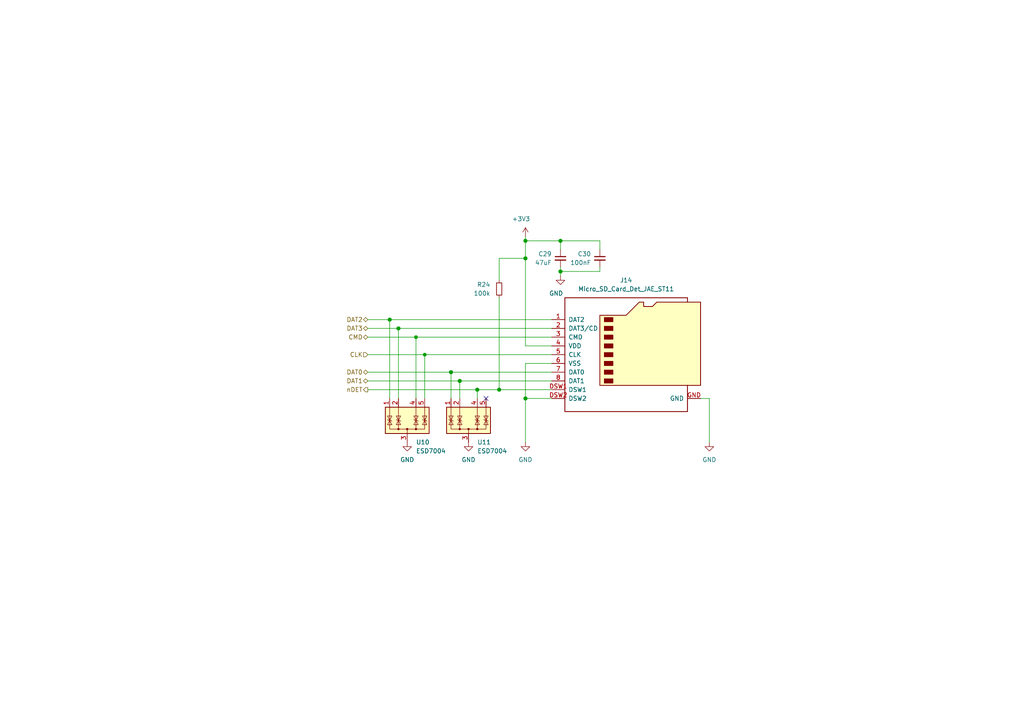
<source format=kicad_sch>
(kicad_sch (version 20221004) (generator eeschema)
  (paper "A4")
  (lib_symbols
    (symbol "Device:C_Small" (pin_numbers hide) (pin_names (offset 0.254) hide)
      (property "Reference" "C" (at 0.254 1.778 0))
      (property "Value" "C_Small" (at 0.254 -2.032 0))
      (symbol "C_Small_0_1"
        (polyline (pts (xy -1.524 -0.508) (xy 1.524 -0.508)) (stroke (width 0.3302)))
        (polyline (pts (xy -1.524 0.508) (xy 1.524 0.508)) (stroke (width 0.3048)))
      )
      (symbol "C_Small_1_1"
        (pin passive line (at 0 2.54 270) (length 2.032) (name "~") (number "1"))
        (pin passive line (at 0 -2.54 90) (length 2.032) (name "~") (number "2"))
      )
    )
    (symbol "Device:R_Small" (pin_numbers hide) (pin_names (offset 0.254) hide)
      (property "Reference" "R" (at 0.762 0.508 0))
      (property "Value" "R_Small" (at 0.762 -1.016 0))
      (symbol "R_Small_0_1"
        (rectangle (start -0.762 1.778) (end 0.762 -1.778) (stroke (width 0.2032)))
      )
      (symbol "R_Small_1_1"
        (pin passive line (at 0 2.54 270) (length 0.762) (name "~") (number "1"))
        (pin passive line (at 0 -2.54 90) (length 0.762) (name "~") (number "2"))
      )
    )
    (symbol "ESD7004_1" (pin_names hide)
      (property "Reference" "U" (at 7.62 3.81 0))
      (property "Value" "ESD7004" (at 7.62 1.905 0))
      (symbol "ESD7004_1_0_0"
        (pin passive line (at 0 -5.08 90) (length 2.54) (name "G") (number "3"))
      )
      (symbol "ESD7004_1_0_1"
        (rectangle (start -6.35 5.08) (end 6.35 -2.54) (stroke (width 0.254)) (fill (type background)))
        (circle (center 0 -1.27) (radius 0.254) (fill (type outline)))
        (polyline (pts (xy -2.54 5.08) (xy -2.54 -1.27)))
        (polyline (pts (xy 0 -1.27) (xy 0 -2.54)))
        (polyline (pts (xy 2.54 5.08) (xy 2.54 -1.27)))
        (polyline (pts (xy -5.08 5.08) (xy -5.08 -1.27) (xy 5.08 -1.27) (xy 5.08 5.08)))
        (polyline (pts (xy -4.445 0) (xy -5.715 0) (xy -5.08 1.27) (xy -4.445 0)))
        (polyline (pts (xy -3.175 1.524) (xy -2.921 1.27) (xy -2.159 1.27) (xy -1.905 1.016)))
        (polyline (pts (xy -2.54 1.27) (xy -1.905 0) (xy -3.175 0) (xy -2.54 1.27)))
        (polyline (pts (xy 2.54 1.27) (xy 1.905 0) (xy 3.175 0) (xy 2.54 1.27)))
        (polyline (pts (xy 5.08 1.27) (xy 4.445 0) (xy 5.715 0) (xy 5.08 1.27)))
        (circle (center 2.54 -1.27) (radius 0.254) (fill (type outline)))
      )
      (symbol "ESD7004_1_1_1"
        (circle (center -2.54 -1.27) (radius 0.254) (fill (type outline)))
        (polyline (pts (xy -5.715 1.524) (xy -5.461 1.27) (xy -4.699 1.27) (xy -4.445 1.016)))
        (polyline (pts (xy -5.08 1.27) (xy -5.715 2.54) (xy -4.445 2.54) (xy -5.08 1.27)))
        (polyline (pts (xy -2.54 1.27) (xy -3.175 2.54) (xy -1.905 2.54) (xy -2.54 1.27)))
        (polyline (pts (xy 1.905 1.524) (xy 2.159 1.27) (xy 2.921 1.27) (xy 3.175 1.016)))
        (polyline (pts (xy 2.54 1.27) (xy 1.905 2.54) (xy 3.175 2.54) (xy 2.54 1.27)))
        (polyline (pts (xy 4.445 1.524) (xy 4.699 1.27) (xy 5.461 1.27) (xy 5.715 1.016)))
        (polyline (pts (xy 5.08 1.27) (xy 4.445 2.54) (xy 5.715 2.54) (xy 5.08 1.27)))
        (pin passive line (at -5.08 7.62 270) (length 2.54) (name "IO1") (number "1"))
        (pin passive line (at -5.08 7.62 270) (length 2.54) hide (name "") (number "10"))
        (pin passive line (at -2.54 7.62 270) (length 2.54) (name "IO2") (number "2"))
        (pin passive line (at 2.54 7.62 270) (length 2.54) (name "IO3") (number "4"))
        (pin passive line (at 5.08 7.62 270) (length 2.54) (name "IO4") (number "5"))
        (pin passive line (at 5.08 7.62 270) (length 2.54) hide (name "") (number "6"))
        (pin passive line (at 2.54 7.62 270) (length 2.54) hide (name "") (number "7"))
        (pin passive line (at 0 -5.08 90) (length 2.54) hide (name "") (number "8"))
        (pin passive line (at -2.54 7.62 270) (length 2.54) hide (name "") (number "9"))
      )
    )
    (symbol "j_Connector:Micro_SD_Card_Det_JAE_ST11" (pin_names (offset 1.016))
      (property "Reference" "J" (at -16.51 17.78 0))
      (property "Value" "Micro_SD_Card_Det_JAE_ST11" (at 16.51 17.78 0))
      (symbol "Micro_SD_Card_Det_JAE_ST11_0_1"
        (rectangle (start -7.62 -6.985) (end -5.08 -8.255) (fill (type outline)))
        (rectangle (start -7.62 -4.445) (end -5.08 -5.715) (fill (type outline)))
        (rectangle (start -7.62 -1.905) (end -5.08 -3.175) (fill (type outline)))
        (rectangle (start -7.62 0.635) (end -5.08 -0.635) (fill (type outline)))
        (rectangle (start -7.62 3.175) (end -5.08 1.905) (fill (type outline)))
        (rectangle (start -7.62 5.715) (end -5.08 4.445) (fill (type outline)))
        (rectangle (start -7.62 8.255) (end -5.08 6.985) (fill (type outline)))
        (rectangle (start -7.62 10.795) (end -5.08 9.525) (fill (type outline)))
        (polyline (pts (xy 16.51 15.24) (xy 16.51 16.51) (xy -19.05 16.51) (xy -19.05 -16.51) (xy 16.51 -16.51) (xy 16.51 -8.89)) (stroke (width 0.254)))
        (polyline (pts (xy -8.89 -8.89) (xy -8.89 11.43) (xy -1.27 11.43) (xy 2.54 15.24) (xy 3.81 15.24) (xy 3.81 13.97) (xy 6.35 13.97) (xy 7.62 15.24) (xy 20.32 15.24) (xy 20.32 -8.89) (xy -8.89 -8.89)) (stroke (width 0.254)) (fill (type background)))
      )
      (symbol "Micro_SD_Card_Det_JAE_ST11_1_1"
        (pin bidirectional line (at -22.86 10.16 0) (length 3.81) (name "DAT2") (number "1"))
        (pin bidirectional line (at -22.86 7.62 0) (length 3.81) (name "DAT3/CD") (number "2"))
        (pin input line (at -22.86 5.08 0) (length 3.81) (name "CMD") (number "3"))
        (pin power_in line (at -22.86 2.54 0) (length 3.81) (name "VDD") (number "4"))
        (pin input line (at -22.86 0 0) (length 3.81) (name "CLK") (number "5"))
        (pin power_in line (at -22.86 -2.54 0) (length 3.81) (name "VSS") (number "6"))
        (pin bidirectional line (at -22.86 -5.08 0) (length 3.81) (name "DAT0") (number "7"))
        (pin bidirectional line (at -22.86 -7.62 0) (length 3.81) (name "DAT1") (number "8"))
        (pin passive line (at -22.86 -10.16 0) (length 3.81) (name "DSW1") (number "DSW1"))
        (pin passive line (at -22.86 -12.7 0) (length 3.81) (name "DSW2") (number "DSW2"))
        (pin passive line (at 20.32 -12.7 180) (length 3.81) (name "GND") (number "GND"))
      )
    )
    (symbol "j_Power_Protection:ESD7004" (pin_names hide)
      (property "Reference" "U" (at 7.62 3.81 0))
      (property "Value" "ESD7004" (at 7.62 1.905 0))
      (symbol "ESD7004_0_0"
        (pin passive line (at 0 -5.08 90) (length 2.54) (name "G") (number "3"))
      )
      (symbol "ESD7004_0_1"
        (rectangle (start -6.35 5.08) (end 6.35 -2.54) (stroke (width 0.254)) (fill (type background)))
        (circle (center 0 -1.27) (radius 0.254) (fill (type outline)))
        (polyline (pts (xy -2.54 5.08) (xy -2.54 -1.27)))
        (polyline (pts (xy 0 -1.27) (xy 0 -2.54)))
        (polyline (pts (xy 2.54 5.08) (xy 2.54 -1.27)))
        (polyline (pts (xy -5.08 5.08) (xy -5.08 -1.27) (xy 5.08 -1.27) (xy 5.08 5.08)))
        (polyline (pts (xy -4.445 0) (xy -5.715 0) (xy -5.08 1.27) (xy -4.445 0)))
        (polyline (pts (xy -3.175 1.524) (xy -2.921 1.27) (xy -2.159 1.27) (xy -1.905 1.016)))
        (polyline (pts (xy -2.54 1.27) (xy -1.905 0) (xy -3.175 0) (xy -2.54 1.27)))
        (polyline (pts (xy 2.54 1.27) (xy 1.905 0) (xy 3.175 0) (xy 2.54 1.27)))
        (polyline (pts (xy 5.08 1.27) (xy 4.445 0) (xy 5.715 0) (xy 5.08 1.27)))
        (circle (center 2.54 -1.27) (radius 0.254) (fill (type outline)))
      )
      (symbol "ESD7004_1_1"
        (circle (center -2.54 -1.27) (radius 0.254) (fill (type outline)))
        (polyline (pts (xy -5.715 1.524) (xy -5.461 1.27) (xy -4.699 1.27) (xy -4.445 1.016)))
        (polyline (pts (xy -5.08 1.27) (xy -5.715 2.54) (xy -4.445 2.54) (xy -5.08 1.27)))
        (polyline (pts (xy -2.54 1.27) (xy -3.175 2.54) (xy -1.905 2.54) (xy -2.54 1.27)))
        (polyline (pts (xy 1.905 1.524) (xy 2.159 1.27) (xy 2.921 1.27) (xy 3.175 1.016)))
        (polyline (pts (xy 2.54 1.27) (xy 1.905 2.54) (xy 3.175 2.54) (xy 2.54 1.27)))
        (polyline (pts (xy 4.445 1.524) (xy 4.699 1.27) (xy 5.461 1.27) (xy 5.715 1.016)))
        (polyline (pts (xy 5.08 1.27) (xy 4.445 2.54) (xy 5.715 2.54) (xy 5.08 1.27)))
        (pin passive line (at -5.08 7.62 270) (length 2.54) (name "IO1") (number "1"))
        (pin passive line (at -5.08 7.62 270) (length 2.54) hide (name "") (number "10"))
        (pin passive line (at -2.54 7.62 270) (length 2.54) (name "IO2") (number "2"))
        (pin passive line (at 2.54 7.62 270) (length 2.54) (name "IO3") (number "4"))
        (pin passive line (at 5.08 7.62 270) (length 2.54) (name "IO4") (number "5"))
        (pin passive line (at 5.08 7.62 270) (length 2.54) hide (name "") (number "6"))
        (pin passive line (at 2.54 7.62 270) (length 2.54) hide (name "") (number "7"))
        (pin passive line (at 0 -5.08 90) (length 2.54) hide (name "") (number "8"))
        (pin passive line (at -2.54 7.62 270) (length 2.54) hide (name "") (number "9"))
      )
    )
    (symbol "power:+3V3" (power) (pin_names (offset 0))
      (property "Value" "+3V3" (at 0 3.556 0))
      (symbol "+3V3_0_1"
        (polyline (pts (xy -0.762 1.27) (xy 0 2.54)))
        (polyline (pts (xy 0 0) (xy 0 2.54)))
        (polyline (pts (xy 0 2.54) (xy 0.762 1.27)))
      )
      (symbol "+3V3_1_1"
        (pin power_in line (at 0 0 90) (length 0) hide (name "+3V3") (number "1"))
      )
    )
    (symbol "power:GND" (power) (pin_names (offset 0))
      (property "Value" "GND" (at 0 -3.81 0))
      (symbol "GND_0_1"
        (polyline (pts (xy 0 0) (xy 0 -1.27) (xy 1.27 -1.27) (xy 0 -2.54) (xy -1.27 -1.27) (xy 0 -1.27)))
      )
      (symbol "GND_1_1"
        (pin power_in line (at 0 0 270) (length 0) hide (name "GND") (number "1"))
      )
    )
  )
  (junction (at 113.03 92.71) (diameter 1.016))
  (junction (at 115.57 95.25) (diameter 1.016))
  (junction (at 162.56 69.85) (diameter 1.016))
  (junction (at 123.19 102.87))
  (junction (at 152.4 115.57) (diameter 1.016))
  (junction (at 162.56 78.74) (diameter 1.016))
  (junction (at 120.65 97.79))
  (junction (at 130.81 107.95) (diameter 1.016))
  (junction (at 144.78 113.03) (diameter 1.016))
  (junction (at 152.4 69.85) (diameter 1.016))
  (junction (at 138.43 113.03) (diameter 1.016))
  (junction (at 152.4 74.93) (diameter 1.016))
  (junction (at 133.35 110.49) (diameter 1.016))
  (no_connect (at 140.97 115.57))
  (wire (pts (xy 162.56 77.47) (xy 162.56 78.74)))
  (wire (pts (xy 162.56 78.74) (xy 162.56 80.01)))
  (wire (pts (xy 123.19 102.87) (xy 123.19 115.57)))
  (wire (pts (xy 138.43 113.03) (xy 138.43 115.57)))
  (wire (pts (xy 123.19 102.87) (xy 160.02 102.87)))
  (wire (pts (xy 113.03 92.71) (xy 113.03 115.57)))
  (wire (pts (xy 144.78 74.93) (xy 152.4 74.93)))
  (wire (pts (xy 144.78 81.28) (xy 144.78 74.93)))
  (wire (pts (xy 130.81 107.95) (xy 130.81 115.57)))
  (wire (pts (xy 106.68 102.87) (xy 123.19 102.87)))
  (wire (pts (xy 106.68 92.71) (xy 113.03 92.71)))
  (wire (pts (xy 113.03 92.71) (xy 160.02 92.71)))
  (wire (pts (xy 106.68 110.49) (xy 133.35 110.49)))
  (wire (pts (xy 133.35 110.49) (xy 160.02 110.49)))
  (wire (pts (xy 120.65 97.79) (xy 120.65 115.57)))
  (wire (pts (xy 133.35 110.49) (xy 133.35 115.57)))
  (wire (pts (xy 152.4 105.41) (xy 152.4 115.57)))
  (wire (pts (xy 152.4 115.57) (xy 152.4 128.27)))
  (wire (pts (xy 160.02 105.41) (xy 152.4 105.41)))
  (wire (pts (xy 203.2 115.57) (xy 205.74 115.57)))
  (wire (pts (xy 205.74 115.57) (xy 205.74 128.27)))
  (wire (pts (xy 152.4 68.58) (xy 152.4 69.85)))
  (wire (pts (xy 152.4 69.85) (xy 152.4 74.93)))
  (wire (pts (xy 152.4 74.93) (xy 152.4 100.33)))
  (wire (pts (xy 106.68 97.79) (xy 120.65 97.79)))
  (wire (pts (xy 120.65 97.79) (xy 160.02 97.79)))
  (wire (pts (xy 162.56 69.85) (xy 162.56 72.39)))
  (wire (pts (xy 106.68 107.95) (xy 130.81 107.95)))
  (wire (pts (xy 130.81 107.95) (xy 160.02 107.95)))
  (wire (pts (xy 152.4 69.85) (xy 162.56 69.85)))
  (wire (pts (xy 173.99 69.85) (xy 162.56 69.85)))
  (wire (pts (xy 173.99 72.39) (xy 173.99 69.85)))
  (wire (pts (xy 106.68 113.03) (xy 138.43 113.03)))
  (wire (pts (xy 138.43 113.03) (xy 144.78 113.03)))
  (wire (pts (xy 144.78 113.03) (xy 160.02 113.03)))
  (wire (pts (xy 152.4 100.33) (xy 160.02 100.33)))
  (wire (pts (xy 106.68 95.25) (xy 115.57 95.25)))
  (wire (pts (xy 115.57 95.25) (xy 160.02 95.25)))
  (wire (pts (xy 144.78 86.36) (xy 144.78 113.03)))
  (wire (pts (xy 115.57 95.25) (xy 115.57 115.57)))
  (wire (pts (xy 152.4 115.57) (xy 160.02 115.57)))
  (wire (pts (xy 173.99 77.47) (xy 173.99 78.74)))
  (wire (pts (xy 173.99 78.74) (xy 162.56 78.74)))
  (hierarchical_label "nDET" (shape output) (at 106.68 113.03 180))
  (hierarchical_label "DAT1" (shape bidirectional) (at 106.68 110.49 180))
  (hierarchical_label "DAT0" (shape bidirectional) (at 106.68 107.95 180))
  (hierarchical_label "DAT3" (shape bidirectional) (at 106.68 95.25 180))
  (hierarchical_label "CLK" (shape input) (at 106.68 102.87 180))
  (hierarchical_label "DAT2" (shape bidirectional) (at 106.68 92.71 180))
  (hierarchical_label "CMD" (shape bidirectional) (at 106.68 97.79 180))
  (symbol (lib_id "j_Connector:Micro_SD_Card_Det_JAE_ST11") (at 182.88 102.87 0) (unit 1)
    (property "Reference" "J14" (at 181.61 81.28 0))
    (property "Value" "Micro_SD_Card_Det_JAE_ST11" (at 181.61 83.82 0))
    (property "Footprint" "jeffmakes-footprints:microSD_JAE_ST11S008V4H" (effects hide))
  )
  (symbol (lib_id "power:GND") (at 152.4 128.27 0) (unit 1)
    (property "Reference" "#PWR089" (effects hide))
    (property "Value" "GND" (at 152.4 133.35 0))
  )
  (symbol (lib_id "Device:R_Small") (at 144.78 83.82 0) (mirror x) (unit 1)
    (property "Reference" "R24" (at 142.24 82.55 0) (effects (justify right)))
    (property "Value" "100k" (at 142.24 85.09 0) (effects (justify right)))
    (property "Footprint" "Resistor_SMD:R_0402_1005Metric" (effects hide))
  )
  (symbol (lib_id "Device:C_Small") (at 173.99 74.93 0) (mirror y) (unit 1)
    (property "Reference" "C30" (at 171.45 73.66 0) (effects (justify left)))
    (property "Value" "100nF" (at 171.45 76.2 0) (effects (justify left)))
    (property "Footprint" "Capacitor_SMD:C_0603_1608Metric" (effects hide))
  )
  (symbol (lib_id "power:GND") (at 205.74 128.27 0) (unit 1)
    (property "Reference" "#PWR091" (effects hide))
    (property "Value" "GND" (at 205.74 133.35 0))
  )
  (symbol (lib_id "Device:C_Small") (at 162.56 74.93 0) (mirror y) (unit 1)
    (property "Reference" "C29" (at 160.02 73.66 0) (effects (justify left)))
    (property "Value" "47uF" (at 160.02 76.2 0) (effects (justify left)))
    (property "Footprint" "Capacitor_SMD:C_0805_2012Metric" (effects hide))
    (property "Voltage" "6.3V" (effects hide))
  )
  (symbol (lib_id "power:GND") (at 118.11 128.27 0) (unit 1)
    (property "Reference" "#PWR086" (effects hide))
    (property "Value" "GND" (at 118.11 133.35 0))
  )
  (symbol (lib_id "power:GND") (at 162.56 80.01 0) (mirror y) (unit 1)
    (property "Reference" "#PWR090" (effects hide))
    (property "Value" "GND" (at 161.29 85.09 0))
  )
  (symbol (lib_id "j_Power_Protection:ESD7004") (at 118.11 123.19 0) (unit 1)
    (property "Reference" "U10" (at 120.65 128.27 0) (effects (justify left)))
    (property "Value" "ESD7004" (at 120.65 130.81 0) (effects (justify left)))
    (property "Footprint" "Package_SON:USON-10_2.5x1.0mm_P0.5mm" (effects hide))
    (property "Datasheet" "http://www.ti.com/lit/ds/symlink/tpd4e02b04.pdf" (effects hide))
  )
  (symbol (lib_id "power:+3V3") (at 152.4 68.58 0) (mirror y) (unit 1)
    (property "Reference" "#PWR088" (effects hide))
    (property "Value" "+3V3" (at 151.13 63.5 0))
  )
  (symbol (lib_name "ESD7004_1") (lib_id "j_Power_Protection:ESD7004") (at 135.89 123.19 0) (unit 1)
    (property "Reference" "U11" (at 138.43 128.27 0) (effects (justify left)))
    (property "Value" "ESD7004" (at 138.43 130.81 0) (effects (justify left)))
    (property "Footprint" "Package_SON:USON-10_2.5x1.0mm_P0.5mm" (effects hide))
    (property "Datasheet" "http://www.ti.com/lit/ds/symlink/tpd4e02b04.pdf" (effects hide))
  )
  (symbol (lib_id "power:GND") (at 135.89 128.27 0) (unit 1)
    (property "Reference" "#PWR087" (effects hide))
    (property "Value" "GND" (at 135.89 133.35 0))
  )
)
</source>
